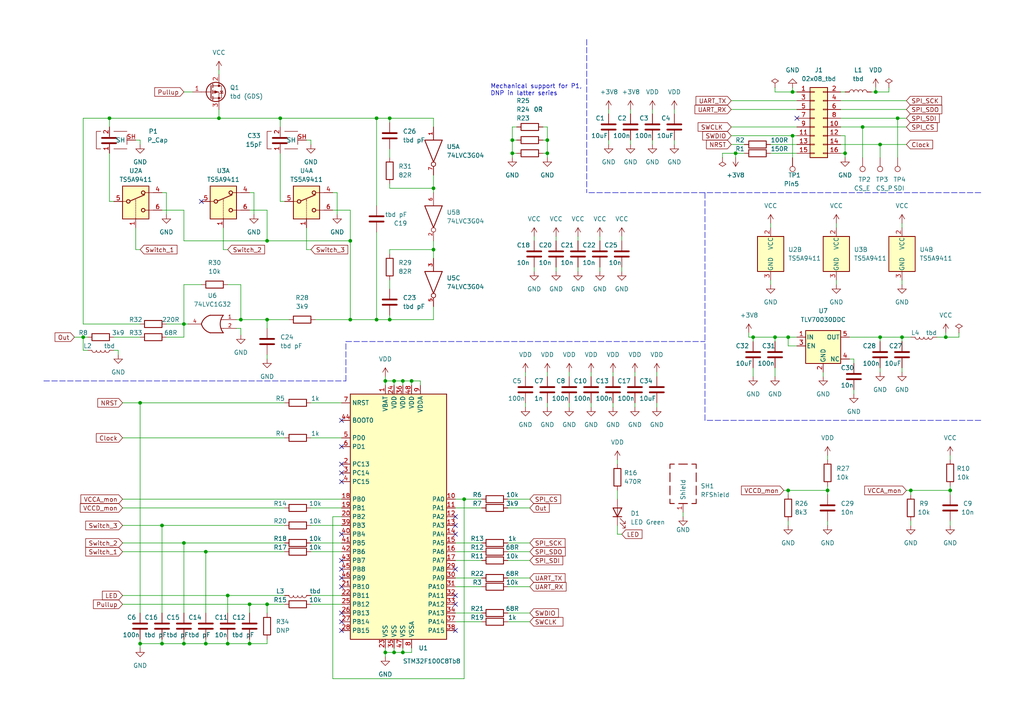
<source format=kicad_sch>
(kicad_sch (version 20211123) (generator eeschema)
  (paper "A4")
  (title_block (title "RPM411 Pressure Sensor") (date "2022-07-23") (rev "1") (company "TjarkG"))
  (junction (at 158.75 44.45))
  (junction (at 113.03 34.29))
  (junction (at 72.39 186.69))
  (junction (at 31.75 34.29))
  (junction (at 66.04 172.72))
  (junction (at 81.28 34.29))
  (junction (at 116.84 189.23))
  (junction (at 101.6 92.71))
  (junction (at 109.22 92.71))
  (junction (at 53.34 186.69))
  (junction (at 111.76 110.49))
  (junction (at 245.11 44.45))
  (junction (at 53.34 93.98))
  (junction (at 66.04 186.69))
  (junction (at 224.79 97.79))
  (junction (at 228.6 142.24))
  (junction (at 218.44 97.79))
  (junction (at 229.87 39.37))
  (junction (at 77.47 69.85))
  (junction (at 148.59 40.64))
  (junction (at 77.47 175.26))
  (junction (at 158.75 40.64))
  (junction (at 119.38 110.49))
  (junction (at 59.69 186.69))
  (junction (at 261.62 97.79))
  (junction (at 40.64 186.69))
  (junction (at 229.87 26.67))
  (junction (at 148.59 44.45))
  (junction (at 240.03 142.24))
  (junction (at 254 26.67))
  (junction (at 116.84 110.49))
  (junction (at 113.03 92.71))
  (junction (at 109.22 34.29))
  (junction (at 40.64 116.84))
  (junction (at 275.59 142.24))
  (junction (at 255.27 41.91))
  (junction (at 114.3 189.23))
  (junction (at 101.6 69.85))
  (junction (at 213.36 44.45))
  (junction (at 125.73 54.61))
  (junction (at 63.5 34.29))
  (junction (at 260.35 34.29))
  (junction (at 77.47 92.71))
  (junction (at 111.76 189.23))
  (junction (at 72.39 175.26))
  (junction (at 46.99 152.4))
  (junction (at 69.85 92.71))
  (junction (at 46.99 186.69))
  (junction (at 274.32 97.79))
  (junction (at 24.13 97.79))
  (junction (at 114.3 110.49))
  (junction (at 250.19 36.83))
  (junction (at 255.27 97.79))
  (junction (at 125.73 72.39))
  (junction (at 134.62 144.78))
  (junction (at 59.69 160.02))
  (junction (at 53.34 157.48))
  (junction (at 264.16 142.24))
  (junction (at 228.6 97.79))
  (no_connect (at 58.42 58.42))
  (no_connect (at 99.06 177.8))
  (no_connect (at 99.06 180.34))
  (no_connect (at 99.06 182.88))
  (no_connect (at 99.06 170.18))
  (no_connect (at 99.06 167.64))
  (no_connect (at 132.08 154.94))
  (no_connect (at 132.08 182.88))
  (no_connect (at 132.08 175.26))
  (no_connect (at 132.08 149.86))
  (no_connect (at 132.08 152.4))
  (no_connect (at 132.08 172.72))
  (no_connect (at 231.14 34.29))
  (no_connect (at 99.06 154.94))
  (no_connect (at 132.08 165.1))
  (no_connect (at 99.06 129.54))
  (no_connect (at 99.06 165.1))
  (no_connect (at 99.06 139.7))
  (no_connect (at 99.06 134.62))
  (no_connect (at 99.06 137.16))
  (no_connect (at 99.06 121.92))
  (no_connect (at 99.06 162.56))
  (wire (pts (xy 66.04 185.42) (xy 66.04 186.69)))
  (wire (pts (xy 217.17 96.52) (xy 217.17 97.79)))
  (wire (pts (xy 69.85 92.71) (xy 69.85 82.55)))
  (wire (pts (xy 24.13 97.79) (xy 25.4 97.79)))
  (wire (pts (xy 250.19 36.83) (xy 250.19 45.72)))
  (wire (pts (xy 63.5 20.32) (xy 63.5 21.59)))
  (wire (pts (xy 189.23 40.64) (xy 189.23 41.91)))
  (wire (pts (xy 212.09 29.21) (xy 231.14 29.21)))
  (wire (pts (xy 212.09 41.91) (xy 215.9 41.91)))
  (wire (pts (xy 147.32 170.18) (xy 153.67 170.18)))
  (wire (pts (xy 113.03 91.44) (xy 113.03 92.71)))
  (wire (pts (xy 31.75 44.45) (xy 31.75 58.42)))
  (wire (pts (xy 275.59 142.24) (xy 275.59 143.51)))
  (wire (pts (xy 59.69 160.02) (xy 82.55 160.02)))
  (wire (pts (xy 173.99 68.58) (xy 173.99 69.85)))
  (wire (pts (xy 134.62 196.85) (xy 134.62 144.78)))
  (wire (pts (xy 161.29 68.58) (xy 161.29 69.85)))
  (wire (pts (xy 46.99 177.8) (xy 46.99 152.4)))
  (wire (pts (xy 278.13 96.52) (xy 278.13 97.79)))
  (wire (pts (xy 231.14 100.33) (xy 228.6 100.33)))
  (wire (pts (xy 158.75 107.95) (xy 158.75 109.22)))
  (wire (pts (xy 53.34 82.55) (xy 53.34 93.98)))
  (wire (pts (xy 96.52 149.86) (xy 99.06 149.86)))
  (wire (pts (xy 73.66 62.23) (xy 73.66 55.88)))
  (wire (pts (xy 227.33 142.24) (xy 228.6 142.24)))
  (wire (pts (xy 119.38 110.49) (xy 116.84 110.49)))
  (wire (pts (xy 77.47 175.26) (xy 82.55 175.26)))
  (wire (pts (xy 35.56 116.84) (xy 40.64 116.84)))
  (polyline (pts (xy 100.33 110.49) (xy 100.33 99.06)))
  (wire (pts (xy 250.19 36.83) (xy 262.89 36.83)))
  (wire (pts (xy 152.4 116.84) (xy 152.4 118.11)))
  (wire (pts (xy 91.44 92.71) (xy 101.6 92.71)))
  (wire (pts (xy 48.26 97.79) (xy 53.34 97.79)))
  (wire (pts (xy 113.03 81.28) (xy 113.03 83.82)))
  (wire (pts (xy 245.11 39.37) (xy 245.11 44.45)))
  (wire (pts (xy 139.7 167.64) (xy 132.08 167.64)))
  (wire (pts (xy 176.53 40.64) (xy 176.53 41.91)))
  (wire (pts (xy 167.64 77.47) (xy 167.64 78.74)))
  (wire (pts (xy 213.36 44.45) (xy 215.9 44.45)))
  (wire (pts (xy 264.16 151.13) (xy 264.16 152.4)))
  (wire (pts (xy 243.84 26.67) (xy 245.11 26.67)))
  (wire (pts (xy 171.45 107.95) (xy 171.45 109.22)))
  (wire (pts (xy 114.3 110.49) (xy 114.3 111.76)))
  (wire (pts (xy 189.23 33.02) (xy 189.23 31.75)))
  (wire (pts (xy 275.59 132.08) (xy 275.59 133.35)))
  (wire (pts (xy 109.22 92.71) (xy 101.6 92.71)))
  (wire (pts (xy 40.64 40.64) (xy 40.64 41.91)))
  (wire (pts (xy 24.13 34.29) (xy 31.75 34.29)))
  (wire (pts (xy 223.52 41.91) (xy 231.14 41.91)))
  (wire (pts (xy 109.22 34.29) (xy 113.03 34.29)))
  (wire (pts (xy 119.38 187.96) (xy 119.38 189.23)))
  (wire (pts (xy 113.03 53.34) (xy 113.03 54.61)))
  (wire (pts (xy 148.59 36.83) (xy 149.86 36.83)))
  (wire (pts (xy 59.69 186.69) (xy 66.04 186.69)))
  (wire (pts (xy 114.3 189.23) (xy 111.76 189.23)))
  (wire (pts (xy 39.37 72.39) (xy 40.64 72.39)))
  (wire (pts (xy 72.39 175.26) (xy 77.47 175.26)))
  (wire (pts (xy 261.62 81.28) (xy 261.62 82.55)))
  (wire (pts (xy 158.75 40.64) (xy 158.75 44.45)))
  (wire (pts (xy 218.44 106.68) (xy 218.44 109.22)))
  (wire (pts (xy 228.6 100.33) (xy 228.6 97.79)))
  (wire (pts (xy 40.64 186.69) (xy 40.64 187.96)))
  (wire (pts (xy 33.02 97.79) (xy 40.64 97.79)))
  (wire (pts (xy 209.55 45.72) (xy 209.55 44.45)))
  (wire (pts (xy 255.27 106.68) (xy 255.27 107.95)))
  (wire (pts (xy 34.29 101.6) (xy 34.29 102.87)))
  (wire (pts (xy 195.58 33.02) (xy 195.58 31.75)))
  (wire (pts (xy 90.17 116.84) (xy 99.06 116.84)))
  (wire (pts (xy 72.39 185.42) (xy 72.39 186.69)))
  (wire (pts (xy 31.75 34.29) (xy 31.75 36.83)))
  (wire (pts (xy 223.52 81.28) (xy 223.52 82.55)))
  (wire (pts (xy 48.26 62.23) (xy 48.26 55.88)))
  (wire (pts (xy 97.79 55.88) (xy 96.52 55.88)))
  (wire (pts (xy 147.32 147.32) (xy 153.67 147.32)))
  (wire (pts (xy 35.56 172.72) (xy 66.04 172.72)))
  (wire (pts (xy 224.79 106.68) (xy 224.79 109.22)))
  (wire (pts (xy 90.17 152.4) (xy 99.06 152.4)))
  (wire (pts (xy 132.08 157.48) (xy 139.7 157.48)))
  (wire (pts (xy 121.92 110.49) (xy 119.38 110.49)))
  (wire (pts (xy 53.34 97.79) (xy 53.34 93.98)))
  (wire (pts (xy 113.03 92.71) (xy 109.22 92.71)))
  (wire (pts (xy 72.39 175.26) (xy 72.39 177.8)))
  (wire (pts (xy 229.87 45.72) (xy 229.87 39.37)))
  (wire (pts (xy 90.17 127) (xy 99.06 127)))
  (wire (pts (xy 157.48 44.45) (xy 158.75 44.45)))
  (wire (pts (xy 111.76 110.49) (xy 111.76 111.76)))
  (wire (pts (xy 262.89 142.24) (xy 264.16 142.24)))
  (wire (pts (xy 63.5 34.29) (xy 81.28 34.29)))
  (wire (pts (xy 246.38 104.14) (xy 247.65 104.14)))
  (wire (pts (xy 243.84 39.37) (xy 245.11 39.37)))
  (wire (pts (xy 72.39 60.96) (xy 77.47 60.96)))
  (wire (pts (xy 68.58 92.71) (xy 69.85 92.71)))
  (wire (pts (xy 229.87 26.67) (xy 231.14 26.67)))
  (wire (pts (xy 35.56 144.78) (xy 99.06 144.78)))
  (wire (pts (xy 261.62 64.77) (xy 261.62 66.04)))
  (wire (pts (xy 132.08 160.02) (xy 139.7 160.02)))
  (wire (pts (xy 179.07 154.94) (xy 180.34 154.94)))
  (polyline (pts (xy 204.47 55.88) (xy 204.47 99.06)))
  (wire (pts (xy 40.64 186.69) (xy 46.99 186.69)))
  (wire (pts (xy 81.28 34.29) (xy 109.22 34.29)))
  (wire (pts (xy 184.15 116.84) (xy 184.15 118.11)))
  (wire (pts (xy 228.6 97.79) (xy 231.14 97.79)))
  (wire (pts (xy 152.4 107.95) (xy 152.4 109.22)))
  (polyline (pts (xy 100.33 99.06) (xy 204.47 99.06)))
  (wire (pts (xy 88.9 66.04) (xy 88.9 72.39)))
  (wire (pts (xy 274.32 96.52) (xy 274.32 97.79)))
  (wire (pts (xy 132.08 147.32) (xy 139.7 147.32)))
  (wire (pts (xy 35.56 160.02) (xy 59.69 160.02)))
  (wire (pts (xy 40.64 93.98) (xy 24.13 93.98)))
  (wire (pts (xy 212.09 39.37) (xy 229.87 39.37)))
  (wire (pts (xy 158.75 116.84) (xy 158.75 118.11)))
  (wire (pts (xy 39.37 66.04) (xy 39.37 72.39)))
  (wire (pts (xy 229.87 39.37) (xy 231.14 39.37)))
  (wire (pts (xy 243.84 29.21) (xy 262.89 29.21)))
  (wire (pts (xy 33.02 101.6) (xy 34.29 101.6)))
  (wire (pts (xy 240.03 132.08) (xy 240.03 133.35)))
  (wire (pts (xy 125.73 88.9) (xy 125.73 92.71)))
  (wire (pts (xy 48.26 55.88) (xy 46.99 55.88)))
  (wire (pts (xy 35.56 127) (xy 82.55 127)))
  (wire (pts (xy 40.64 185.42) (xy 40.64 186.69)))
  (wire (pts (xy 224.79 97.79) (xy 228.6 97.79)))
  (wire (pts (xy 90.17 147.32) (xy 99.06 147.32)))
  (wire (pts (xy 148.59 40.64) (xy 148.59 36.83)))
  (wire (pts (xy 229.87 25.4) (xy 229.87 26.67)))
  (wire (pts (xy 212.09 31.75) (xy 231.14 31.75)))
  (wire (pts (xy 148.59 45.72) (xy 148.59 44.45)))
  (wire (pts (xy 96.52 149.86) (xy 96.52 196.85)))
  (wire (pts (xy 213.36 45.72) (xy 213.36 44.45)))
  (wire (pts (xy 243.84 36.83) (xy 250.19 36.83)))
  (wire (pts (xy 195.58 40.64) (xy 195.58 41.91)))
  (wire (pts (xy 132.08 170.18) (xy 139.7 170.18)))
  (wire (pts (xy 69.85 95.25) (xy 69.85 97.155)))
  (wire (pts (xy 245.11 44.45) (xy 243.84 44.45)))
  (wire (pts (xy 240.03 142.24) (xy 240.03 143.51)))
  (wire (pts (xy 228.6 142.24) (xy 228.6 143.51)))
  (wire (pts (xy 147.32 160.02) (xy 153.67 160.02)))
  (wire (pts (xy 243.84 41.91) (xy 255.27 41.91)))
  (wire (pts (xy 224.79 25.4) (xy 224.79 26.67)))
  (wire (pts (xy 53.34 157.48) (xy 82.55 157.48)))
  (wire (pts (xy 63.5 31.75) (xy 63.5 34.29)))
  (wire (pts (xy 260.35 34.29) (xy 260.35 45.72)))
  (wire (pts (xy 212.09 36.83) (xy 231.14 36.83)))
  (wire (pts (xy 40.64 116.84) (xy 40.64 177.8)))
  (wire (pts (xy 69.85 92.71) (xy 77.47 92.71)))
  (wire (pts (xy 190.5 107.95) (xy 190.5 109.22)))
  (wire (pts (xy 245.11 45.72) (xy 245.11 44.45)))
  (wire (pts (xy 147.32 157.48) (xy 153.67 157.48)))
  (wire (pts (xy 53.34 177.8) (xy 53.34 157.48)))
  (wire (pts (xy 158.75 44.45) (xy 158.75 45.72)))
  (wire (pts (xy 77.47 102.87) (xy 77.47 104.14)))
  (wire (pts (xy 53.34 60.96) (xy 53.34 69.85)))
  (wire (pts (xy 257.81 26.67) (xy 254 26.67)))
  (wire (pts (xy 228.6 151.13) (xy 228.6 152.4)))
  (wire (pts (xy 73.66 55.88) (xy 72.39 55.88)))
  (wire (pts (xy 81.28 44.45) (xy 81.28 58.42)))
  (wire (pts (xy 132.08 177.8) (xy 139.7 177.8)))
  (wire (pts (xy 157.48 40.64) (xy 158.75 40.64)))
  (wire (pts (xy 177.8 116.84) (xy 177.8 118.11)))
  (wire (pts (xy 247.65 113.03) (xy 247.65 114.3)))
  (wire (pts (xy 223.52 44.45) (xy 231.14 44.45)))
  (wire (pts (xy 113.03 34.29) (xy 125.73 34.29)))
  (wire (pts (xy 240.03 142.24) (xy 228.6 142.24)))
  (wire (pts (xy 154.94 77.47) (xy 154.94 78.74)))
  (wire (pts (xy 53.34 185.42) (xy 53.34 186.69)))
  (wire (pts (xy 64.77 66.04) (xy 64.77 72.39)))
  (wire (pts (xy 148.59 44.45) (xy 148.59 40.64)))
  (wire (pts (xy 255.27 41.91) (xy 262.89 41.91)))
  (wire (pts (xy 246.38 97.79) (xy 255.27 97.79)))
  (wire (pts (xy 113.03 73.66) (xy 113.03 72.39)))
  (wire (pts (xy 21.59 97.79) (xy 24.13 97.79)))
  (wire (pts (xy 275.59 151.13) (xy 275.59 152.4)))
  (wire (pts (xy 77.47 60.96) (xy 77.47 69.85)))
  (wire (pts (xy 116.84 110.49) (xy 116.84 111.76)))
  (wire (pts (xy 77.47 185.42) (xy 77.47 186.69)))
  (wire (pts (xy 217.17 97.79) (xy 218.44 97.79)))
  (wire (pts (xy 101.6 60.96) (xy 96.52 60.96)))
  (wire (pts (xy 53.34 26.67) (xy 55.88 26.67)))
  (wire (pts (xy 72.39 186.69) (xy 77.47 186.69)))
  (wire (pts (xy 180.34 68.58) (xy 180.34 69.85)))
  (wire (pts (xy 46.99 186.69) (xy 53.34 186.69)))
  (wire (pts (xy 24.13 101.6) (xy 24.13 97.79)))
  (wire (pts (xy 77.47 92.71) (xy 83.82 92.71)))
  (wire (pts (xy 125.73 92.71) (xy 113.03 92.71)))
  (wire (pts (xy 35.56 152.4) (xy 46.99 152.4)))
  (wire (pts (xy 39.37 40.64) (xy 40.64 40.64)))
  (wire (pts (xy 68.58 95.25) (xy 69.85 95.25)))
  (wire (pts (xy 25.4 101.6) (xy 24.13 101.6)))
  (wire (pts (xy 257.81 25.4) (xy 257.81 26.67)))
  (wire (pts (xy 190.5 116.84) (xy 190.5 118.11)))
  (wire (pts (xy 72.39 186.69) (xy 66.04 186.69)))
  (polyline (pts (xy 12.7 110.49) (xy 100.33 110.49)))
  (wire (pts (xy 125.73 74.93) (xy 125.73 72.39)))
  (wire (pts (xy 242.57 64.77) (xy 242.57 66.04)))
  (wire (pts (xy 125.73 54.61) (xy 125.73 50.8)))
  (wire (pts (xy 111.76 187.96) (xy 111.76 189.23)))
  (wire (pts (xy 278.13 97.79) (xy 274.32 97.79)))
  (wire (pts (xy 46.99 185.42) (xy 46.99 186.69)))
  (wire (pts (xy 58.42 82.55) (xy 53.34 82.55)))
  (polyline (pts (xy 170.18 11.43) (xy 170.18 55.88)))
  (wire (pts (xy 173.99 77.47) (xy 173.99 78.74)))
  (wire (pts (xy 53.34 93.98) (xy 54.61 93.98)))
  (wire (pts (xy 125.73 55.88) (xy 125.73 54.61)))
  (wire (pts (xy 165.1 107.95) (xy 165.1 109.22)))
  (wire (pts (xy 223.52 64.77) (xy 223.52 66.04)))
  (wire (pts (xy 260.35 34.29) (xy 262.89 34.29)))
  (wire (pts (xy 198.12 148.59) (xy 198.12 149.86)))
  (wire (pts (xy 77.47 95.25) (xy 77.47 92.71)))
  (wire (pts (xy 113.03 72.39) (xy 125.73 72.39)))
  (wire (pts (xy 177.8 107.95) (xy 177.8 109.22)))
  (wire (pts (xy 90.17 40.64) (xy 90.17 41.91)))
  (wire (pts (xy 209.55 44.45) (xy 213.36 44.45)))
  (wire (pts (xy 148.59 44.45) (xy 149.86 44.45)))
  (wire (pts (xy 161.29 77.47) (xy 161.29 78.74)))
  (wire (pts (xy 240.03 140.97) (xy 240.03 142.24)))
  (wire (pts (xy 179.07 133.35) (xy 179.07 134.62)))
  (wire (pts (xy 218.44 97.79) (xy 224.79 97.79)))
  (wire (pts (xy 134.62 144.78) (xy 139.7 144.78)))
  (wire (pts (xy 179.07 152.4) (xy 179.07 154.94)))
  (wire (pts (xy 31.75 58.42) (xy 33.02 58.42)))
  (wire (pts (xy 176.53 31.75) (xy 176.53 33.02)))
  (wire (pts (xy 111.76 189.23) (xy 111.76 190.5)))
  (wire (pts (xy 90.17 175.26) (xy 99.06 175.26)))
  (wire (pts (xy 66.04 172.72) (xy 82.55 172.72)))
  (wire (pts (xy 275.59 140.97) (xy 275.59 142.24)))
  (wire (pts (xy 53.34 69.85) (xy 77.47 69.85)))
  (wire (pts (xy 111.76 109.22) (xy 111.76 110.49)))
  (wire (pts (xy 114.3 187.96) (xy 114.3 189.23)))
  (wire (pts (xy 148.59 40.64) (xy 149.86 40.64)))
  (wire (pts (xy 97.79 62.23) (xy 97.79 55.88)))
  (wire (pts (xy 46.99 152.4) (xy 82.55 152.4)))
  (wire (pts (xy 218.44 99.06) (xy 218.44 97.79)))
  (wire (pts (xy 255.27 97.79) (xy 255.27 99.06)))
  (wire (pts (xy 40.64 116.84) (xy 82.55 116.84)))
  (wire (pts (xy 35.56 147.32) (xy 82.55 147.32)))
  (wire (pts (xy 147.32 180.34) (xy 153.67 180.34)))
  (wire (pts (xy 46.99 60.96) (xy 53.34 60.96)))
  (wire (pts (xy 147.32 144.78) (xy 153.67 144.78)))
  (wire (pts (xy 167.64 68.58) (xy 167.64 69.85)))
  (wire (pts (xy 261.62 97.79) (xy 261.62 99.06)))
  (wire (pts (xy 121.92 111.76) (xy 121.92 110.49)))
  (wire (pts (xy 88.9 72.39) (xy 90.17 72.39)))
  (polyline (pts (xy 284.48 121.92) (xy 204.47 121.92)))
  (wire (pts (xy 165.1 116.84) (xy 165.1 118.11)))
  (wire (pts (xy 119.38 110.49) (xy 119.38 111.76)))
  (wire (pts (xy 147.32 167.64) (xy 153.67 167.64)))
  (wire (pts (xy 116.84 187.96) (xy 116.84 189.23)))
  (wire (pts (xy 81.28 58.42) (xy 82.55 58.42)))
  (wire (pts (xy 132.08 144.78) (xy 134.62 144.78)))
  (wire (pts (xy 69.85 82.55) (xy 66.04 82.55)))
  (wire (pts (xy 261.62 106.68) (xy 261.62 107.95)))
  (wire (pts (xy 77.47 69.85) (xy 101.6 69.85)))
  (wire (pts (xy 53.34 186.69) (xy 59.69 186.69)))
  (wire (pts (xy 224.79 97.79) (xy 224.79 99.06)))
  (wire (pts (xy 255.27 41.91) (xy 255.27 45.72)))
  (wire (pts (xy 35.56 157.48) (xy 53.34 157.48)))
  (wire (pts (xy 243.84 34.29) (xy 260.35 34.29)))
  (wire (pts (xy 119.38 189.23) (xy 116.84 189.23)))
  (wire (pts (xy 247.65 104.14) (xy 247.65 105.41)))
  (wire (pts (xy 264.16 142.24) (xy 275.59 142.24)))
  (wire (pts (xy 243.84 31.75) (xy 262.89 31.75)))
  (wire (pts (xy 116.84 110.49) (xy 114.3 110.49)))
  (wire (pts (xy 132.08 162.56) (xy 139.7 162.56)))
  (wire (pts (xy 114.3 110.49) (xy 111.76 110.49)))
  (wire (pts (xy 88.9 40.64) (xy 90.17 40.64)))
  (wire (pts (xy 53.34 93.98) (xy 48.26 93.98)))
  (wire (pts (xy 77.47 175.26) (xy 77.47 177.8)))
  (wire (pts (xy 116.84 189.23) (xy 114.3 189.23)))
  (wire (pts (xy 113.03 34.29) (xy 113.03 35.56)))
  (wire (pts (xy 147.32 177.8) (xy 153.67 177.8)))
  (wire (pts (xy 90.17 160.02) (xy 99.06 160.02)))
  (wire (pts (xy 101.6 92.71) (xy 101.6 69.85)))
  (wire (pts (xy 90.17 157.48) (xy 99.06 157.48)))
  (wire (pts (xy 64.77 72.39) (xy 66.04 72.39)))
  (wire (pts (xy 264.16 143.51) (xy 264.16 142.24)))
  (wire (pts (xy 31.75 34.29) (xy 63.5 34.29)))
  (wire (pts (xy 224.79 26.67) (xy 229.87 26.67)))
  (wire (pts (xy 59.69 185.42) (xy 59.69 186.69)))
  (wire (pts (xy 147.32 162.56) (xy 153.67 162.56)))
  (wire (pts (xy 240.03 151.13) (xy 240.03 152.4)))
  (wire (pts (xy 24.13 93.98) (xy 24.13 34.29)))
  (wire (pts (xy 157.48 36.83) (xy 158.75 36.83)))
  (wire (pts (xy 90.17 172.72) (xy 99.06 172.72)))
  (wire (pts (xy 59.69 177.8) (xy 59.69 160.02)))
  (wire (pts (xy 109.22 34.29) (xy 109.22 59.69)))
  (wire (pts (xy 66.04 172.72) (xy 66.04 177.8)))
  (polyline (pts (xy 284.48 55.88) (xy 170.18 55.88)))
  (wire (pts (xy 158.75 36.83) (xy 158.75 40.64)))
  (polyline (pts (xy 204.47 121.92) (xy 204.47 99.06)))
  (wire (pts (xy 171.45 116.84) (xy 171.45 118.11)))
  (wire (pts (xy 254 26.67) (xy 254 25.4)))
  (wire (pts (xy 113.03 43.18) (xy 113.03 45.72)))
  (wire (pts (xy 261.62 97.79) (xy 264.16 97.79)))
  (wire (pts (xy 101.6 69.85) (xy 101.6 60.96)))
  (wire (pts (xy 125.73 36.83) (xy 125.73 34.29)))
  (wire (pts (xy 109.22 67.31) (xy 109.22 92.71)))
  (wire (pts (xy 182.88 31.75) (xy 182.88 33.02)))
  (wire (pts (xy 35.56 175.26) (xy 72.39 175.26)))
  (wire (pts (xy 274.32 97.79) (xy 271.78 97.79)))
  (wire (pts (xy 81.28 34.29) (xy 81.28 36.83)))
  (wire (pts (xy 96.52 196.85) (xy 134.62 196.85)))
  (wire (pts (xy 132.08 180.34) (xy 139.7 180.34)))
  (wire (pts (xy 179.07 142.24) (xy 179.07 144.78)))
  (wire (pts (xy 252.73 26.67) (xy 254 26.67)))
  (wire (pts (xy 180.34 77.47) (xy 180.34 78.74)))
  (wire (pts (xy 238.76 107.95) (xy 238.76 109.22)))
  (wire (pts (xy 184.15 107.95) (xy 184.15 109.22)))
  (wire (pts (xy 182.88 40.64) (xy 182.88 41.91)))
  (wire (pts (xy 154.94 68.58) (xy 154.94 69.85)))
  (wire (pts (xy 255.27 97.79) (xy 261.62 97.79)))
  (wire (pts (xy 242.57 81.28) (xy 242.57 82.55)))
  (wire (pts (xy 125.73 72.39) (xy 125.73 69.85)))
  (wire (pts (xy 113.03 54.61) (xy 125.73 54.61)))
  (text "Mechanical support for P1, \nDNP in latter series" (at 142.24 27.94 0) (effects (font (size 1.27 1.27)) (justify left bottom)))
  (global_label "SWCLK " (shape input) (at 212.09 36.83 180) (property "Intersheet References" "${INTERSHEET_REFS}" (effects hide)))
  (global_label "SPI_SDO" (shape input) (at 153.67 160.02 0) (property "Intersheet References" "${INTERSHEET_REFS}" (effects hide)))
  (global_label "SPI_SCK" (shape input) (at 262.89 29.21 0) (property "Intersheet References" "${INTERSHEET_REFS}" (effects hide)))
  (global_label "LED" (shape input) (at 180.34 154.94 0) (property "Intersheet References" "${INTERSHEET_REFS}" (effects hide)))
  (global_label "Switch_3" (shape input) (at 35.56 152.4 180) (property "Intersheet References" "${INTERSHEET_REFS}" (effects hide)))
  (global_label "SPI_SCK" (shape input) (at 153.67 157.48 0) (property "Intersheet References" "${INTERSHEET_REFS}" (effects hide)))
  (global_label "UART_RX" (shape input) (at 212.09 31.75 180) (property "Intersheet References" "${INTERSHEET_REFS}" (effects hide)))
  (global_label "SPI_SDO" (shape input) (at 262.89 31.75 0) (property "Intersheet References" "${INTERSHEET_REFS}" (effects hide)))
  (global_label "Switch_1" (shape input) (at 35.56 160.02 180) (property "Intersheet References" "${INTERSHEET_REFS}" (effects hide)))
  (global_label "Clock" (shape input) (at 35.56 127 180) (property "Intersheet References" "${INTERSHEET_REFS}" (effects hide)))
  (global_label "Pullup" (shape input) (at 53.34 26.67 180) (property "Intersheet References" "${INTERSHEET_REFS}" (effects hide)))
  (global_label "VCCD_mon" (shape input) (at 227.33 142.24 180) (property "Intersheet References" "${INTERSHEET_REFS}" (effects hide)))
  (global_label "NRST" (shape input) (at 212.09 41.91 180) (property "Intersheet References" "${INTERSHEET_REFS}" (effects hide)))
  (global_label "Switch_2" (shape input) (at 66.04 72.39 0) (property "Intersheet References" "${INTERSHEET_REFS}" (effects hide)))
  (global_label "Switch_2" (shape input) (at 35.56 157.48 180) (property "Intersheet References" "${INTERSHEET_REFS}" (effects hide)))
  (global_label "SPI_SDI" (shape input) (at 153.67 162.56 0) (property "Intersheet References" "${INTERSHEET_REFS}" (effects hide)))
  (global_label "Switch_1" (shape input) (at 40.64 72.39 0) (property "Intersheet References" "${INTERSHEET_REFS}" (effects hide)))
  (global_label "VCCA_mon" (shape input) (at 262.89 142.24 180) (property "Intersheet References" "${INTERSHEET_REFS}" (effects hide)))
  (global_label "SPI_CS" (shape input) (at 153.67 144.78 0) (property "Intersheet References" "${INTERSHEET_REFS}" (effects hide)))
  (global_label "NRST" (shape input) (at 35.56 116.84 180) (property "Intersheet References" "${INTERSHEET_REFS}" (effects hide)))
  (global_label "VCCD_mon" (shape input) (at 35.56 147.32 180) (property "Intersheet References" "${INTERSHEET_REFS}" (effects hide)))
  (global_label "SPI_SDI" (shape input) (at 262.89 34.29 0) (property "Intersheet References" "${INTERSHEET_REFS}" (effects hide)))
  (global_label "LED" (shape input) (at 35.56 172.72 180) (property "Intersheet References" "${INTERSHEET_REFS}" (effects hide)))
  (global_label "Pullup" (shape input) (at 35.56 175.26 180) (property "Intersheet References" "${INTERSHEET_REFS}" (effects hide)))
  (global_label "Clock" (shape input) (at 262.89 41.91 0) (property "Intersheet References" "${INTERSHEET_REFS}" (effects hide)))
  (global_label "Out" (shape input) (at 153.67 147.32 0) (property "Intersheet References" "${INTERSHEET_REFS}" (effects hide)))
  (global_label "UART_TX" (shape input) (at 153.67 167.64 0) (property "Intersheet References" "${INTERSHEET_REFS}" (effects hide)))
  (global_label "Switch_3" (shape input) (at 90.17 72.39 0) (property "Intersheet References" "${INTERSHEET_REFS}" (effects hide)))
  (global_label "SWDIO" (shape input) (at 212.09 39.37 180) (property "Intersheet References" "${INTERSHEET_REFS}" (effects hide)))
  (global_label "UART_RX" (shape input) (at 153.67 170.18 0) (property "Intersheet References" "${INTERSHEET_REFS}" (effects hide)))
  (global_label "UART_TX" (shape input) (at 212.09 29.21 180) (property "Intersheet References" "${INTERSHEET_REFS}" (effects hide)))
  (global_label "VCCA_mon" (shape input) (at 35.56 144.78 180) (property "Intersheet References" "${INTERSHEET_REFS}" (effects hide)))
  (global_label "SWCLK " (shape input) (at 153.67 180.34 0) (property "Intersheet References" "${INTERSHEET_REFS}" (effects hide)))
  (global_label "SWDIO" (shape input) (at 153.67 177.8 0) (property "Intersheet References" "${INTERSHEET_REFS}" (effects hide)))
  (global_label "Out" (shape input) (at 21.59 97.79 180) (property "Intersheet References" "${INTERSHEET_REFS}" (effects hide)))
  (global_label "SPI_CS" (shape input) (at 262.89 36.83 0) (property "Intersheet References" "${INTERSHEET_REFS}" (effects hide)))
  (symbol (lib_id "power:+3V8") (at 176.53 31.75 0) (unit 1)
    (property "Reference" "#PWR0111" (effects hide))
    (property "Value" "+3V8" (at 173.99 26.67 0) (effects (justify left)))
  )
  (symbol (lib_id "power:VDD") (at 152.4 107.95 0) (unit 1)
    (property "Reference" "#PWR02" (effects hide))
    (property "Value" "VCCD" (at 152.4 102.87 0))
  )
  (symbol (lib_id "power:GND") (at 238.76 109.22 0) (unit 1)
    (property "Reference" "#PWR01" (effects hide))
    (property "Value" "GND" (at 238.76 114.3 0))
  )
  (symbol (lib_id "Device:R") (at 113.03 77.47 0) (unit 1)
    (property "Reference" "R29" (at 115.57 76.1999 0) (effects (justify left)))
    (property "Value" "82R" (at 115.57 78.7399 0) (effects (justify left)))
    (property "Footprint" "Resistor_SMD:R_0402_1005Metric" (effects hide))
  )
  (symbol (lib_id "Device:Q_PMOS_GDS") (at 60.96 26.67 0) (unit 1)
    (property "Reference" "Q1" (at 66.675 25.3999 0) (effects (justify left)))
    (property "Value" "tbd (GDS)" (at 66.675 27.9399 0) (effects (justify left)))
    (property "Footprint" "Package_TO_SOT_SMD:SOT-523" (effects hide))
  )
  (symbol (lib_id "Device:C") (at 184.15 113.03 0) (unit 1)
    (property "Reference" "C17" (at 179.07 110.49 0) (effects (justify left)))
    (property "Value" "100n" (at 179.07 115.57 0) (effects (justify left)))
    (property "Footprint" "Capacitor_SMD:C_0402_1005Metric" (effects hide))
  )
  (symbol (lib_id "Device:C") (at 66.04 181.61 0) (unit 1)
    (property "Reference" "C11" (at 62.23 179.07 0) (effects (justify left)))
    (property "Value" "10n" (at 62.23 184.15 0) (effects (justify left)))
    (property "Footprint" "Capacitor_SMD:C_0402_1005Metric" (effects hide))
  )
  (symbol (lib_name "C_Shield_1") (lib_id "RPM411:C_Shield") (at 81.28 40.64 90) (unit 1)
    (property "Reference" "C33" (at 73.66 39.37 90))
    (property "Value" "15pF" (at 73.66 41.91 90))
    (property "Footprint" "RPM411:Cap_Shield" (effects hide))
  )
  (symbol (lib_id "Device:C") (at 167.64 73.66 0) (unit 1)
    (property "Reference" "C21" (at 162.56 71.12 0) (effects (justify left)))
    (property "Value" "10n" (at 162.56 76.2 0) (effects (justify left)))
    (property "Footprint" "Capacitor_SMD:C_0402_1005Metric" (effects hide))
  )
  (symbol (lib_id "power:VDD") (at 158.75 107.95 0) (unit 1)
    (property "Reference" "#PWR03" (effects hide))
    (property "Value" "VCCD" (at 158.75 102.87 0))
  )
  (symbol (lib_id "Device:R") (at 275.59 137.16 180) (unit 1)
    (property "Reference" "R10" (at 279.4 135.89 0))
    (property "Value" "10k" (at 279.4 138.43 0))
    (property "Footprint" "Resistor_SMD:R_0402_1005Metric" (effects hide))
  )
  (symbol (lib_id "Device:R") (at 143.51 160.02 90) (unit 1)
    (property "Reference" "R12" (at 138.43 158.75 90))
    (property "Value" "68R" (at 148.59 158.75 90))
    (property "Footprint" "Resistor_SMD:R_0402_1005Metric" (effects hide))
  )
  (symbol (lib_id "power:GND") (at 90.17 41.91 0) (unit 1)
    (property "Reference" "#PWR0102" (effects hide))
    (property "Value" "GND" (at 90.17 46.99 0))
  )
  (symbol (lib_id "Regulator_Linear:TLV70030_SOT23-5") (at 238.76 100.33 0) (unit 1)
    (property "Reference" "U7" (at 238.76 90.17 0))
    (property "Value" "TLV70030DDC" (at 238.76 92.71 0))
    (property "Footprint" "Package_TO_SOT_SMD:SOT-23-5" (effects hide))
    (property "Datasheet" "http://www.ti.com/lit/ds/symlink/tlv700.pdf" (effects hide))
  )
  (symbol (lib_id "power:GND") (at 184.15 118.11 0) (unit 1)
    (property "Reference" "#PWR0122" (effects hide))
    (property "Value" "GND" (at 184.15 123.19 0))
  )
  (symbol (lib_id "power:GND") (at 40.64 187.96 0) (unit 1)
    (property "Reference" "#PWR0117" (effects hide))
    (property "Value" "GND" (at 40.64 193.04 0))
  )
  (symbol (lib_id "Device:C") (at 247.65 109.22 0) (unit 1)
    (property "Reference" "C30" (at 243.84 106.68 0) (effects (justify left)))
    (property "Value" "10n" (at 243.84 111.76 0) (effects (justify left)))
    (property "Footprint" "Capacitor_SMD:C_0402_1005Metric" (effects hide))
  )
  (symbol (lib_id "Device:RFShield_OnePiece") (at 198.12 138.43 0) (unit 1)
    (property "Reference" "SH1" (at 203.2 140.97 0) (effects (justify left)))
    (property "Value" "RFShield" (at 203.2 143.51 0) (effects (justify left)))
    (property "Footprint" "RPM411:RMP411_Shield" (effects hide))
  )
  (symbol (lib_id "Device:R") (at 143.51 167.64 90) (unit 1)
    (property "Reference" "R22" (at 138.43 166.37 90))
    (property "Value" "68R" (at 148.59 166.37 90))
    (property "Footprint" "Resistor_SMD:R_0402_1005Metric" (effects hide))
  )
  (symbol (lib_id "power:GND") (at 176.53 41.91 0) (unit 1)
    (property "Reference" "#PWR0129" (effects hide))
    (property "Value" "GND" (at 176.53 46.99 0))
  )
  (symbol (lib_id "Device:C") (at 275.59 147.32 180) (unit 1)
    (property "Reference" "C9" (at 280.67 146.05 0))
    (property "Value" "10n" (at 280.67 148.59 0))
    (property "Footprint" "Capacitor_SMD:C_0402_1005Metric" (effects hide))
  )
  (symbol (lib_id "74xGxx:74LVC3G04") (at 125.73 63.5 270) (unit 2)
    (property "Reference" "U5" (at 129.54 61.5949 90) (effects (justify left)))
    (property "Value" "74LVC3G04" (at 129.54 64.1349 90) (effects (justify left)))
    (property "Footprint" "Package_SO:SSOP-8_3.95x5.21x3.27mm_P1.27mm" (effects hide))
    (property "Datasheet" "https://assets.nexperia.com/documents/data-sheet/74LVC3G04.pdf" (effects hide))
  )
  (symbol (lib_id "Connector:TestPoint") (at 260.35 45.72 180) (unit 1)
    (property "Reference" "TP4" (at 259.08 52.07 0) (effects (justify right)))
    (property "Value" "SDI" (at 259.08 54.61 0) (effects (justify right)))
    (property "Footprint" "TestPoint:TestPoint_Pad_D1.0mm" (effects hide))
  )
  (symbol (lib_id "Device:R") (at 143.51 157.48 90) (unit 1)
    (property "Reference" "R13" (at 138.43 156.21 90))
    (property "Value" "1k" (at 148.59 156.21 90))
    (property "Footprint" "Resistor_SMD:R_0402_1005Metric" (effects hide))
  )
  (symbol (lib_id "power:+3V8") (at 213.36 45.72 180) (unit 1)
    (property "Reference" "#PWR0149" (effects hide))
    (property "Value" "+3V8" (at 213.36 50.8 0))
  )
  (symbol (lib_id "Device:R") (at 44.45 93.98 270) (mirror x) (unit 1)
    (property "Reference" "R32" (at 39.37 92.71 90))
    (property "Value" "220R" (at 49.53 92.71 90))
    (property "Footprint" "Resistor_SMD:R_0402_1005Metric" (effects hide))
  )
  (symbol (lib_id "power:VDD") (at 165.1 107.95 0) (unit 1)
    (property "Reference" "#PWR04" (effects hide))
    (property "Value" "VCCD" (at 165.1 102.87 0))
  )
  (symbol (lib_id "power:GND") (at 224.79 109.22 0) (unit 1)
    (property "Reference" "#PWR0138" (effects hide))
    (property "Value" "GND" (at 224.79 114.3 0))
  )
  (symbol (lib_id "Analog_Switch:TS5A3159ADBVR") (at 64.77 55.88 0) (unit 1)
    (property "Reference" "U3" (at 64.77 49.53 0))
    (property "Value" "TS5A9411" (at 64.77 52.07 0))
    (property "Footprint" "Package_TO_SOT_SMD:SOT-363_SC-70-6" (effects hide))
    (property "Datasheet" "https://www.ti.com/lit/ds/symlink/ts5a9411.pdf" (effects hide))
  )
  (symbol (lib_id "Device:R") (at 86.36 116.84 270) (unit 1)
    (property "Reference" "R5" (at 81.28 115.57 90))
    (property "Value" "1k" (at 91.44 115.57 90))
    (property "Footprint" "Resistor_SMD:R_0402_1005Metric" (effects hide))
  )
  (symbol (lib_id "power:PWR_FLAG") (at 209.55 45.72 180) (unit 1)
    (property "Reference" "#FLG0101" (effects hide))
    (property "Value" "PWR_FLAG" (effects hide))
  )
  (symbol (lib_id "power:GND") (at 173.99 78.74 0) (unit 1)
    (property "Reference" "#PWR0109" (effects hide))
    (property "Value" "GND" (at 173.99 83.82 0))
  )
  (symbol (lib_id "Device:C") (at 40.64 181.61 0) (unit 1)
    (property "Reference" "C6" (at 36.83 179.07 0) (effects (justify left)))
    (property "Value" "100n" (at 35.56 184.15 0) (effects (justify left)))
    (property "Footprint" "Capacitor_SMD:C_0402_1005Metric" (effects hide))
  )
  (symbol (lib_id "power:+3V8") (at 182.88 31.75 0) (unit 1)
    (property "Reference" "#PWR0113" (effects hide))
    (property "Value" "+3V8" (at 180.34 26.67 0) (effects (justify left)))
  )
  (symbol (lib_id "Device:R") (at 219.71 44.45 270) (unit 1)
    (property "Reference" "R1" (at 214.63 43.18 90))
    (property "Value" "150R" (at 226.06 43.18 90))
    (property "Footprint" "Resistor_SMD:R_0402_1005Metric" (effects hide))
  )
  (symbol (lib_id "Device:R") (at 143.51 177.8 90) (unit 1)
    (property "Reference" "R21" (at 138.43 176.53 90))
    (property "Value" "68R" (at 148.59 176.53 90))
    (property "Footprint" "Resistor_SMD:R_0402_1005Metric" (effects hide))
  )
  (symbol (lib_id "Device:C") (at 173.99 73.66 0) (unit 1)
    (property "Reference" "C22" (at 168.91 71.12 0) (effects (justify left)))
    (property "Value" "10n" (at 168.91 76.2 0) (effects (justify left)))
    (property "Footprint" "Capacitor_SMD:C_0402_1005Metric" (effects hide))
  )
  (symbol (lib_id "power:GND") (at 247.65 114.3 0) (unit 1)
    (property "Reference" "#PWR0121" (effects hide))
    (property "Value" "GND" (at 247.65 119.38 0))
  )
  (symbol (lib_id "power:VCC") (at 275.59 132.08 0) (unit 1)
    (property "Reference" "#PWR0163" (effects hide))
    (property "Value" "VCCA" (at 275.59 127 0))
  )
  (symbol (lib_id "power:GND") (at 255.27 107.95 0) (unit 1)
    (property "Reference" "#PWR0106" (effects hide))
    (property "Value" "GND" (at 255.27 113.03 0))
  )
  (symbol (lib_id "power:VCC") (at 161.29 68.58 0) (unit 1)
    (property "Reference" "#PWR0154" (effects hide))
    (property "Value" "VCCA" (at 161.29 63.5 0))
  )
  (symbol (lib_id "power:GND") (at 198.12 149.86 0) (unit 1)
    (property "Reference" "#PWR0142" (effects hide))
    (property "Value" "GND" (at 198.12 153.67 0))
  )
  (symbol (lib_name "TS5A3159ADBVR_1") (lib_id "Analog_Switch:TS5A3159ADBVR") (at 242.57 73.66 0) (unit 2)
    (property "Reference" "U3" (at 247.65 72.3899 0) (effects (justify left)))
    (property "Value" "TS5A9411" (at 247.65 74.9299 0) (effects (justify left)))
    (property "Footprint" "Package_TO_SOT_SMD:SOT-363_SC-70-6" (effects hide))
    (property "Datasheet" "https://www.ti.com/lit/ds/symlink/ts5a9411.pdf" (effects hide))
  )
  (symbol (lib_id "74xGxx:74LVC3G04") (at 125.73 82.55 270) (unit 3)
    (property "Reference" "U5" (at 129.54 80.6449 90) (effects (justify left)))
    (property "Value" "74LVC3G04" (at 129.54 83.1849 90) (effects (justify left)))
    (property "Footprint" "Package_SO:SSOP-8_3.95x5.21x3.27mm_P1.27mm" (effects hide))
    (property "Datasheet" "https://assets.nexperia.com/documents/data-sheet/74LVC3G04.pdf" (effects hide))
  )
  (symbol (lib_id "Device:C") (at 113.03 87.63 0) (unit 1)
    (property "Reference" "C23" (at 116.84 86.3599 0) (effects (justify left)))
    (property "Value" "tbd pF" (at 116.84 88.8999 0) (effects (justify left)))
    (property "Footprint" "Capacitor_SMD:C_0402_1005Metric" (effects hide))
  )
  (symbol (lib_id "Device:R") (at 143.51 144.78 90) (unit 1)
    (property "Reference" "R6" (at 138.43 143.51 90))
    (property "Value" "10k" (at 148.59 143.51 90))
    (property "Footprint" "Resistor_SMD:R_0402_1005Metric" (effects hide))
  )
  (symbol (lib_id "MCU_ST_STM32F1:STM32F100C8Tx") (at 116.84 149.86 0) (unit 1)
    (property "Reference" "U1" (at 121.3994 187.96 0) (effects (justify left)))
    (property "Value" "STM32F100C8Tb8" (at 116.84 191.77 0) (effects (justify left)))
    (property "Footprint" "Package_QFP:LQFP-48_7x7mm_P0.5mm" (effects hide))
    (property "Datasheet" "http://www.st.com/st-web-ui/static/active/en/resource/technical/document/datasheet/CD00251732.pdf" (effects hide))
  )
  (symbol (lib_id "Device:R") (at 153.67 40.64 90) (unit 1)
    (property "Reference" "R24" (at 153.67 31.75 90) (effects (justify left)))
    (property "Value" "0R" (at 157.48 31.75 90) (effects (justify left)))
    (property "Footprint" "Resistor_SMD:R_0402_1005Metric" (effects hide))
  )
  (symbol (lib_id "74xGxx:74AHC1G32") (at 60.96 93.98 0) (mirror y) (unit 1)
    (property "Reference" "U6" (at 61.595 85.725 0))
    (property "Value" "74LVC1G32" (at 61.595 88.265 0))
    (property "Footprint" "Package_TO_SOT_SMD:SOT-353_SC-70-5" (effects hide))
    (property "Datasheet" "https://assets.nexperia.com/documents/data-sheet/74LVC1G32.pdf" (effects hide))
  )
  (symbol (lib_id "Device:LED") (at 179.07 148.59 90) (unit 1)
    (property "Reference" "D1" (at 182.88 148.9074 90) (effects (justify right)))
    (property "Value" "LED Green" (at 182.88 151.4474 90) (effects (justify right)))
    (property "Footprint" "LED_SMD:LED_0805_2012Metric" (effects hide))
  )
  (symbol (lib_id "power:GND") (at 167.64 78.74 0) (unit 1)
    (property "Reference" "#PWR0108" (effects hide))
    (property "Value" "GND" (at 167.64 83.82 0))
  )
  (symbol (lib_id "Device:R") (at 62.23 82.55 270) (mirror x) (unit 1)
    (property "Reference" "R30" (at 62.23 76.2 90))
    (property "Value" "10k" (at 62.23 78.74 90))
    (property "Footprint" "Resistor_SMD:R_0402_1005Metric" (effects hide))
  )
  (symbol (lib_id "Connector:TestPoint") (at 255.27 45.72 180) (unit 1)
    (property "Reference" "TP3" (at 254 52.07 0) (effects (justify right)))
    (property "Value" "CS_P" (at 254 54.61 0) (effects (justify right)))
    (property "Footprint" "TestPoint:TestPoint_Pad_D1.0mm" (effects hide))
  )
  (symbol (lib_id "power:GND") (at 161.29 78.74 0) (unit 1)
    (property "Reference" "#PWR0107" (effects hide))
    (property "Value" "GND" (at 161.29 83.82 0))
  )
  (symbol (lib_id "Device:R") (at 143.51 180.34 90) (unit 1)
    (property "Reference" "R19" (at 138.43 179.07 90))
    (property "Value" "1k" (at 148.59 179.07 90))
    (property "Footprint" "Resistor_SMD:R_0402_1005Metric" (effects hide))
  )
  (symbol (lib_id "power:VCC") (at 154.94 68.58 0) (unit 1)
    (property "Reference" "#PWR0153" (effects hide))
    (property "Value" "VCCA" (at 154.94 63.5 0))
  )
  (symbol (lib_id "power:GND") (at 77.47 104.14 0) (unit 1)
    (property "Reference" "#PWR0110" (effects hide))
    (property "Value" "GND" (at 77.47 109.22 0))
  )
  (symbol (lib_id "Device:C") (at 177.8 113.03 0) (unit 1)
    (property "Reference" "C13" (at 172.72 110.49 0) (effects (justify left)))
    (property "Value" "100n" (at 172.72 115.57 0) (effects (justify left)))
    (property "Footprint" "Capacitor_SMD:C_0402_1005Metric" (effects hide))
  )
  (symbol (lib_id "power:VCC") (at 180.34 68.58 0) (unit 1)
    (property "Reference" "#PWR0130" (effects hide))
    (property "Value" "VCCA" (at 180.34 63.5 0))
  )
  (symbol (lib_id "power:GND") (at 229.87 25.4 180) (unit 1)
    (property "Reference" "#PWR0151" (effects hide))
    (property "Value" "GND" (at 229.87 20.32 0))
  )
  (symbol (lib_id "Device:R") (at 86.36 152.4 90) (unit 1)
    (property "Reference" "R20" (at 81.28 151.13 90))
    (property "Value" "10k" (at 91.44 151.13 90))
    (property "Footprint" "Resistor_SMD:R_0402_1005Metric" (effects hide))
  )
  (symbol (lib_id "Device:C") (at 261.62 102.87 0) (unit 1)
    (property "Reference" "C27" (at 257.81 100.33 0) (effects (justify left)))
    (property "Value" "10uF" (at 256.54 105.41 0) (effects (justify left)))
    (property "Footprint" "Capacitor_SMD:C_0805_2012Metric" (effects hide))
  )
  (symbol (lib_id "power:GND") (at 73.66 62.23 0) (unit 1)
    (property "Reference" "#PWR0141" (effects hide))
    (property "Value" "GND" (at 73.66 67.31 0))
  )
  (symbol (lib_id "power:VDD") (at 111.76 109.22 0) (unit 1)
    (property "Reference" "#PWR09" (effects hide))
    (property "Value" "VCCD" (at 111.76 104.14 0))
  )
  (symbol (lib_id "Device:C") (at 109.22 63.5 0) (unit 1)
    (property "Reference" "C19" (at 118.11 64.77 0) (effects (justify right)))
    (property "Value" "tbd pF" (at 118.11 62.23 0) (effects (justify right)))
    (property "Footprint" "Capacitor_SMD:C_0402_1005Metric" (effects hide))
  )
  (symbol (lib_id "Device:C") (at 195.58 36.83 0) (unit 1)
    (property "Reference" "C4" (at 191.77 34.29 0) (effects (justify left)))
    (property "Value" "10uF" (at 190.5 39.37 0) (effects (justify left)))
    (property "Footprint" "Capacitor_SMD:C_0805_2012Metric" (effects hide))
  )
  (symbol (lib_id "power:GND") (at 40.64 41.91 0) (unit 1)
    (property "Reference" "#PWR0104" (effects hide))
    (property "Value" "GND" (at 40.64 46.99 0))
  )
  (symbol (lib_id "power:VCC") (at 167.64 68.58 0) (unit 1)
    (property "Reference" "#PWR0155" (effects hide))
    (property "Value" "VCCA" (at 167.64 63.5 0))
  )
  (symbol (lib_id "power:GND") (at 190.5 118.11 0) (unit 1)
    (property "Reference" "#PWR0148" (effects hide))
    (property "Value" "GND" (at 190.5 123.19 0))
  )
  (symbol (lib_id "Device:L") (at 267.97 97.79 270) (unit 1)
    (property "Reference" "L4" (at 266.6999 96.52 90) (effects (justify right)))
    (property "Value" "tbd" (at 271.78 96.52 90) (effects (justify right)))
    (property "Footprint" "Inductor_SMD:L_0402_1005Metric" (effects hide))
  )
  (symbol (lib_id "Device:C") (at 154.94 73.66 0) (unit 1)
    (property "Reference" "C18" (at 149.86 71.12 0) (effects (justify left)))
    (property "Value" "10n" (at 149.86 76.2 0) (effects (justify left)))
    (property "Footprint" "Capacitor_SMD:C_0402_1005Metric" (effects hide))
  )
  (symbol (lib_id "Device:R") (at 44.45 97.79 90) (mirror x) (unit 1)
    (property "Reference" "R33" (at 39.37 96.52 90))
    (property "Value" "68R" (at 49.53 96.52 90))
    (property "Footprint" "Resistor_SMD:R_0402_1005Metric" (effects hide))
  )
  (symbol (lib_id "power:VDD") (at 179.07 133.35 0) (unit 1)
    (property "Reference" "#PWR0159" (effects hide))
    (property "Value" "VCCD" (at 179.07 128.27 0))
  )
  (symbol (lib_id "Device:R") (at 87.63 92.71 90) (unit 1)
    (property "Reference" "R28" (at 87.63 86.36 90))
    (property "Value" "3k9" (at 87.63 88.9 90))
    (property "Footprint" "Resistor_SMD:R_0402_1005Metric" (effects hide))
  )
  (symbol (lib_id "Device:C") (at 240.03 147.32 0) (unit 1)
    (property "Reference" "C29" (at 243.84 146.0499 0) (effects (justify left)))
    (property "Value" "10n" (at 243.84 148.5899 0) (effects (justify left)))
    (property "Footprint" "Capacitor_SMD:C_0402_1005Metric" (effects hide))
  )
  (symbol (lib_id "power:VDD") (at 195.58 31.75 0) (unit 1)
    (property "Reference" "#PWR0114" (effects hide))
    (property "Value" "VCCD" (at 195.58 26.67 0))
  )
  (symbol (lib_name "TS5A3159ADBVR_1") (lib_id "Analog_Switch:TS5A3159ADBVR") (at 223.52 73.66 0) (unit 2)
    (property "Reference" "U2" (at 228.6 72.3899 0) (effects (justify left)))
    (property "Value" "TS5A9411" (at 228.6 74.9299 0) (effects (justify left)))
    (property "Footprint" "Package_TO_SOT_SMD:SOT-363_SC-70-6" (effects hide))
    (property "Datasheet" "https://www.ti.com/lit/ds/symlink/ts5a9411.pdf" (effects hide))
  )
  (symbol (lib_id "power:GND") (at 111.76 190.5 0) (unit 1)
    (property "Reference" "#PWR0146" (effects hide))
    (property "Value" "GND" (at 111.76 195.58 0))
  )
  (symbol (lib_id "power:PWR_FLAG") (at 224.79 25.4 0) (unit 1)
    (property "Reference" "#FLG0103" (effects hide))
    (property "Value" "PWR_FLAG" (effects hide))
  )
  (symbol (lib_id "Device:R") (at 86.36 147.32 90) (unit 1)
    (property "Reference" "R14" (at 81.28 146.05 90))
    (property "Value" "10k" (at 91.44 146.05 90))
    (property "Footprint" "Resistor_SMD:R_0402_1005Metric" (effects hide))
  )
  (symbol (lib_id "power:PWR_FLAG") (at 257.81 25.4 0) (unit 1)
    (property "Reference" "#FLG0102" (effects hide))
    (property "Value" "PWR_FLAG" (effects hide))
  )
  (symbol (lib_id "Device:R") (at 153.67 44.45 90) (unit 1)
    (property "Reference" "R23" (at 153.67 34.29 90) (effects (justify left)))
    (property "Value" "0R" (at 157.48 31.75 90) (effects (justify left)))
    (property "Footprint" "Resistor_SMD:R_0402_1005Metric" (effects hide))
  )
  (symbol (lib_id "power:GND") (at 177.8 118.11 0) (unit 1)
    (property "Reference" "#PWR0115" (effects hide))
    (property "Value" "GND" (at 177.8 123.19 0))
  )
  (symbol (lib_id "Device:R") (at 29.21 97.79 90) (unit 1)
    (property "Reference" "R8" (at 24.13 96.52 90))
    (property "Value" "3k9" (at 34.29 96.52 90))
    (property "Footprint" "Resistor_SMD:R_0402_1005Metric" (effects hide))
  )
  (symbol (lib_id "Connector_Generic:Conn_02x08_Odd_Even") (at 236.22 34.29 0) (unit 1)
    (property "Reference" "J1" (at 237.49 20.32 0))
    (property "Value" "02x08_tbd" (at 237.49 22.86 0))
    (property "Footprint" "Connector_PinHeader_1.00mm:PinHeader_2x08_P1.00mm_Vertical" (effects hide))
  )
  (symbol (lib_id "power:GND") (at 97.79 62.23 0) (unit 1)
    (property "Reference" "#PWR0139" (effects hide))
    (property "Value" "GND" (at 97.79 67.31 0))
  )
  (symbol (lib_id "Device:R") (at 86.36 157.48 90) (unit 1)
    (property "Reference" "R18" (at 81.28 156.21 90))
    (property "Value" "10k" (at 91.44 156.21 90))
    (property "Footprint" "Resistor_SMD:R_0402_1005Metric" (effects hide))
  )
  (symbol (lib_id "Device:C") (at 171.45 113.03 0) (unit 1)
    (property "Reference" "C10" (at 166.37 110.49 0) (effects (justify left)))
    (property "Value" "100n" (at 166.37 115.57 0) (effects (justify left)))
    (property "Footprint" "Capacitor_SMD:C_0402_1005Metric" (effects hide))
  )
  (symbol (lib_id "Device:C") (at 113.03 39.37 0) (unit 1)
    (property "Reference" "C26" (at 116.84 38.0999 0) (effects (justify left)))
    (property "Value" "tbd pF" (at 116.84 40.6399 0) (effects (justify left)))
    (property "Footprint" "Capacitor_SMD:C_0402_1005Metric" (effects hide))
  )
  (symbol (lib_id "Device:C") (at 46.99 181.61 0) (unit 1)
    (property "Reference" "C16" (at 41.91 179.07 0) (effects (justify left)))
    (property "Value" "tbd pF" (at 41.91 184.15 0) (effects (justify left)))
    (property "Footprint" "Capacitor_SMD:C_0402_1005Metric" (effects hide))
  )
  (symbol (lib_id "Device:R") (at 86.36 160.02 90) (unit 1)
    (property "Reference" "R17" (at 81.28 158.75 90))
    (property "Value" "10k" (at 91.44 158.75 90))
    (property "Footprint" "Resistor_SMD:R_0402_1005Metric" (effects hide))
  )
  (symbol (lib_id "power:GND") (at 34.29 102.87 0) (unit 1)
    (property "Reference" "#PWR0103" (effects hide))
    (property "Value" "GND" (at 34.29 107.95 0))
  )
  (symbol (lib_name "C_Shield_1") (lib_id "RPM411:C_Shield") (at 31.75 40.64 90) (unit 1)
    (property "Reference" "P1" (at 44.45 38.1 90))
    (property "Value" "P_Cap" (at 45.72 40.64 90))
    (property "Footprint" "RPM411:Pressure_Cap" (effects hide))
  )
  (symbol (lib_id "power:GND") (at 275.59 152.4 0) (unit 1)
    (property "Reference" "#PWR0162" (effects hide))
    (property "Value" "GND" (at 275.59 157.48 0))
  )
  (symbol (lib_id "power:GND") (at 245.11 45.72 0) (unit 1)
    (property "Reference" "#PWR0150" (effects hide))
    (property "Value" "GND" (at 245.11 50.8 0))
  )
  (symbol (lib_id "Device:R") (at 143.51 162.56 90) (unit 1)
    (property "Reference" "R11" (at 138.43 161.29 90))
    (property "Value" "10k" (at 148.59 161.29 90))
    (property "Footprint" "Resistor_SMD:R_0402_1005Metric" (effects hide))
  )
  (symbol (lib_id "power:GND") (at 171.45 118.11 0) (unit 1)
    (property "Reference" "#PWR0119" (effects hide))
    (property "Value" "GND" (at 171.45 123.19 0))
  )
  (symbol (lib_id "Device:C") (at 224.79 102.87 0) (unit 1)
    (property "Reference" "C31" (at 220.98 100.33 0) (effects (justify left)))
    (property "Value" "100n" (at 219.71 105.41 0) (effects (justify left)))
    (property "Footprint" "Capacitor_SMD:C_0402_1005Metric" (effects hide))
  )
  (symbol (lib_id "Device:C") (at 53.34 181.61 0) (unit 1)
    (property "Reference" "C15" (at 48.26 179.07 0) (effects (justify left)))
    (property "Value" "tbd pF" (at 48.26 184.15 0) (effects (justify left)))
    (property "Footprint" "Capacitor_SMD:C_0402_1005Metric" (effects hide))
  )
  (symbol (lib_id "power:GND") (at 154.94 78.74 0) (unit 1)
    (property "Reference" "#PWR0123" (effects hide))
    (property "Value" "GND" (at 154.94 83.82 0))
  )
  (symbol (lib_id "Device:L") (at 86.36 172.72 270) (unit 1)
    (property "Reference" "L3" (at 81.28 171.45 90))
    (property "Value" "tbd" (at 91.44 171.45 90))
    (property "Footprint" "Inductor_SMD:L_0402_1005Metric" (effects hide))
  )
  (symbol (lib_id "Device:C") (at 182.88 36.83 0) (unit 1)
    (property "Reference" "C2" (at 179.07 34.29 0) (effects (justify left)))
    (property "Value" "100n" (at 177.8 39.37 0) (effects (justify left)))
    (property "Footprint" "Capacitor_SMD:C_0402_1005Metric" (effects hide))
  )
  (symbol (lib_id "power:PWR_FLAG") (at 278.13 96.52 0) (unit 1)
    (property "Reference" "#FLG0104" (effects hide))
    (property "Value" "PWR_FLAG" (effects hide))
  )
  (symbol (lib_id "Device:C") (at 77.47 99.06 0) (unit 1)
    (property "Reference" "C24" (at 81.28 97.7899 0) (effects (justify left)))
    (property "Value" "tbd pF" (at 81.28 100.3299 0) (effects (justify left)))
    (property "Footprint" "Capacitor_SMD:C_0402_1005Metric" (effects hide))
  )
  (symbol (lib_id "power:GND") (at 261.62 107.95 0) (unit 1)
    (property "Reference" "#PWR0127" (effects hide))
    (property "Value" "GND" (at 261.62 113.03 0))
  )
  (symbol (lib_id "power:GND") (at 242.57 82.55 0) (unit 1)
    (property "Reference" "#PWR0144" (effects hide))
    (property "Value" "GND" (at 242.57 87.63 0))
  )
  (symbol (lib_id "power:GND") (at 189.23 41.91 0) (unit 1)
    (property "Reference" "#PWR0124" (effects hide))
    (property "Value" "GND" (at 189.23 46.99 0))
  )
  (symbol (lib_name "TS5A3159ADBVR_1") (lib_id "Analog_Switch:TS5A3159ADBVR") (at 261.62 73.66 0) (unit 2)
    (property "Reference" "U4" (at 266.7 72.3899 0) (effects (justify left)))
    (property "Value" "TS5A9411" (at 266.7 74.9299 0) (effects (justify left)))
    (property "Footprint" "Package_TO_SOT_SMD:SOT-363_SC-70-6" (effects hide))
    (property "Datasheet" "https://www.ti.com/lit/ds/symlink/ts5a9411.pdf" (effects hide))
  )
  (symbol (lib_id "Connector:TestPoint") (at 229.87 45.72 180) (unit 1)
    (property "Reference" "TP1" (at 228.6 50.8 0) (effects (justify right)))
    (property "Value" "Pin5" (at 227.33 53.34 0) (effects (justify right)))
    (property "Footprint" "TestPoint:TestPoint_Pad_D1.0mm" (effects hide))
  )
  (symbol (lib_id "power:VCC") (at 173.99 68.58 0) (unit 1)
    (property "Reference" "#PWR0156" (effects hide))
    (property "Value" "VCCA" (at 173.99 63.5 0))
  )
  (symbol (lib_id "Device:R") (at 228.6 147.32 0) (unit 1)
    (property "Reference" "R26" (at 230.505 146.0499 0) (effects (justify left)))
    (property "Value" "8k3" (at 230.505 148.5899 0) (effects (justify left)))
    (property "Footprint" "Resistor_SMD:R_0402_1005Metric" (effects hide))
  )
  (symbol (lib_id "Analog_Switch:TS5A3159ADBVR") (at 39.37 55.88 0) (unit 1)
    (property "Reference" "U2" (at 39.37 49.53 0))
    (property "Value" "TS5A9411" (at 39.37 52.07 0))
    (property "Footprint" "Package_TO_SOT_SMD:SOT-363_SC-70-6" (effects hide))
    (property "Datasheet" "https://www.ti.com/lit/ds/symlink/ts5a9411.pdf" (effects hide))
  )
  (symbol (lib_id "power:VCC") (at 242.57 64.77 0) (unit 1)
    (property "Reference" "#PWR0132" (effects hide))
    (property "Value" "VCCA" (at 242.57 59.69 0))
  )
  (symbol (lib_id "power:VCC") (at 261.62 64.77 0) (unit 1)
    (property "Reference" "#PWR0157" (effects hide))
    (property "Value" "VCCA" (at 261.62 59.69 0))
  )
  (symbol (lib_id "Device:C") (at 59.69 181.61 0) (unit 1)
    (property "Reference" "C14" (at 54.61 179.07 0) (effects (justify left)))
    (property "Value" "tbd pF" (at 54.61 184.15 0) (effects (justify left)))
    (property "Footprint" "Capacitor_SMD:C_0402_1005Metric" (effects hide))
  )
  (symbol (lib_id "power:VDD") (at 177.8 107.95 0) (unit 1)
    (property "Reference" "#PWR06" (effects hide))
    (property "Value" "VCCD" (at 177.8 102.87 0))
  )
  (symbol (lib_id "power:GND") (at 223.52 82.55 0) (unit 1)
    (property "Reference" "#PWR0140" (effects hide))
    (property "Value" "GND" (at 223.52 87.63 0))
  )
  (symbol (lib_id "Device:R") (at 153.67 36.83 90) (unit 1)
    (property "Reference" "R25" (at 153.67 29.21 90) (effects (justify left)))
    (property "Value" "0R" (at 157.48 31.75 90) (effects (justify left)))
    (property "Footprint" "Resistor_SMD:R_0402_1005Metric" (effects hide))
  )
  (symbol (lib_id "Device:C") (at 158.75 113.03 0) (unit 1)
    (property "Reference" "C7" (at 154.94 110.49 0) (effects (justify left)))
    (property "Value" "1n" (at 154.94 115.57 0) (effects (justify left)))
    (property "Footprint" "Capacitor_SMD:C_0402_1005Metric" (effects hide))
  )
  (symbol (lib_id "Device:R") (at 264.16 147.32 180) (unit 1)
    (property "Reference" "R9" (at 267.97 146.05 0))
    (property "Value" "10k" (at 267.97 148.59 0))
    (property "Footprint" "Resistor_SMD:R_0402_1005Metric" (effects hide))
  )
  (symbol (lib_id "power:VDD") (at 240.03 132.08 0) (unit 1)
    (property "Reference" "#PWR0160" (effects hide))
    (property "Value" "VCCD" (at 240.03 127 0))
  )
  (symbol (lib_id "Device:C") (at 190.5 113.03 0) (unit 1)
    (property "Reference" "C34" (at 185.42 110.49 0) (effects (justify left)))
    (property "Value" "10uF" (at 185.42 115.57 0) (effects (justify left)))
    (property "Footprint" "Capacitor_SMD:C_0805_2012Metric" (effects hide))
  )
  (symbol (lib_id "power:GND") (at 165.1 118.11 0) (unit 1)
    (property "Reference" "#PWR0112" (effects hide))
    (property "Value" "GND" (at 165.1 123.19 0))
  )
  (symbol (lib_id "Device:L") (at 29.21 101.6 270) (unit 1)
    (property "Reference" "L2" (at 25.4 100.33 90))
    (property "Value" "tbd" (at 31.75 100.33 90))
    (property "Footprint" "Inductor_SMD:L_0402_1005Metric" (effects hide))
  )
  (symbol (lib_id "Device:C") (at 218.44 102.87 0) (unit 1)
    (property "Reference" "C32" (at 213.36 100.33 0) (effects (justify left)))
    (property "Value" "10uF" (at 213.36 105.41 0) (effects (justify left)))
    (property "Footprint" "Capacitor_SMD:C_0805_2012Metric" (effects hide))
  )
  (symbol (lib_id "Device:R") (at 143.51 170.18 90) (unit 1)
    (property "Reference" "R3" (at 138.43 168.91 90))
    (property "Value" "10k" (at 148.59 168.91 90))
    (property "Footprint" "Resistor_SMD:R_0402_1005Metric" (effects hide))
  )
  (symbol (lib_id "Device:L") (at 248.92 26.67 90) (unit 1)
    (property "Reference" "L1" (at 248.92 20.32 90))
    (property "Value" "tbd" (at 248.92 22.86 90))
    (property "Footprint" "Inductor_SMD:L_0402_1005Metric" (effects hide))
  )
  (symbol (lib_id "Device:R") (at 113.03 49.53 0) (unit 1)
    (property "Reference" "R31" (at 115.57 48.2599 0) (effects (justify left)))
    (property "Value" "82R" (at 115.57 50.7999 0) (effects (justify left)))
    (property "Footprint" "Resistor_SMD:R_0402_1005Metric" (effects hide))
  )
  (symbol (lib_id "power:VDD") (at 184.15 107.95 0) (unit 1)
    (property "Reference" "#PWR07" (effects hide))
    (property "Value" "VCCD" (at 184.15 102.87 0))
  )
  (symbol (lib_id "Device:R") (at 219.71 41.91 90) (unit 1)
    (property "Reference" "R2" (at 214.63 40.64 90))
    (property "Value" "100R" (at 226.06 40.64 90))
    (property "Footprint" "Resistor_SMD:R_0402_1005Metric" (effects hide))
  )
  (symbol (lib_id "power:GND") (at 158.75 118.11 0) (unit 1)
    (property "Reference" "#PWR0147" (effects hide))
    (property "Value" "GND" (at 158.75 123.19 0))
  )
  (symbol (lib_id "Connector:TestPoint") (at 250.19 45.72 180) (unit 1)
    (property "Reference" "TP2" (at 248.92 52.07 0) (effects (justify right)))
    (property "Value" "CS_E" (at 247.65 54.61 0) (effects (justify right)))
    (property "Footprint" "TestPoint:TestPoint_Pad_D1.0mm" (effects hide))
  )
  (symbol (lib_id "Device:R") (at 240.03 137.16 180) (unit 1)
    (property "Reference" "R27" (at 242.57 135.8899 0) (effects (justify right)))
    (property "Value" "10k" (at 242.57 138.4299 0) (effects (justify right)))
    (property "Footprint" "Resistor_SMD:R_0402_1005Metric" (effects hide))
  )
  (symbol (lib_id "power:GND") (at 264.16 152.4 0) (unit 1)
    (property "Reference" "#PWR0161" (effects hide))
    (property "Value" "GND" (at 264.16 157.48 0))
  )
  (symbol (lib_id "Device:C") (at 152.4 113.03 0) (unit 1)
    (property "Reference" "C5" (at 148.59 110.49 0) (effects (justify left)))
    (property "Value" "100n" (at 147.32 115.57 0) (effects (justify left)))
    (property "Footprint" "Capacitor_SMD:C_0402_1005Metric" (effects hide))
  )
  (symbol (lib_id "Device:R") (at 77.47 181.61 0) (unit 1)
    (property "Reference" "R34" (at 80.01 180.3399 0) (effects (justify left)))
    (property "Value" "DNP" (at 80.01 182.8799 0) (effects (justify left)))
    (property "Footprint" "Resistor_SMD:R_0402_1005Metric" (effects hide))
  )
  (symbol (lib_id "power:VDD") (at 254 25.4 0) (unit 1)
    (property "Reference" "#PWR0152" (effects hide))
    (property "Value" "VCCD" (at 254 20.32 0))
  )
  (symbol (lib_id "power:GND") (at 261.62 82.55 0) (unit 1)
    (property "Reference" "#PWR0143" (effects hide))
    (property "Value" "GND" (at 261.62 87.63 0))
  )
  (symbol (lib_id "power:GND") (at 158.75 45.72 0) (unit 1)
    (property "Reference" "#PWR0136" (effects hide))
    (property "Value" "GND" (at 158.75 50.8 0))
  )
  (symbol (lib_id "power:VDD") (at 190.5 107.95 0) (unit 1)
    (property "Reference" "#PWR08" (effects hide))
    (property "Value" "VCCD" (at 190.5 102.87 0))
  )
  (symbol (lib_id "Device:C") (at 180.34 73.66 0) (unit 1)
    (property "Reference" "C25" (at 175.26 71.12 0) (effects (justify left)))
    (property "Value" "10n" (at 176.53 76.2 0) (effects (justify left)))
    (property "Footprint" "Capacitor_SMD:C_0402_1005Metric" (effects hide))
  )
  (symbol (lib_id "power:GND") (at 218.44 109.22 0) (unit 1)
    (property "Reference" "#PWR0126" (effects hide))
    (property "Value" "GND" (at 218.44 114.3 0))
  )
  (symbol (lib_id "power:GND") (at 228.6 152.4 0) (unit 1)
    (property "Reference" "#PWR0135" (effects hide))
    (property "Value" "GND" (at 228.6 157.48 0))
  )
  (symbol (lib_id "Device:C") (at 72.39 181.61 180) (unit 1)
    (property "Reference" "C12" (at 67.31 179.07 0) (effects (justify right)))
    (property "Value" "tbd pF" (at 67.31 184.15 0) (effects (justify right)))
    (property "Footprint" "Capacitor_SMD:C_0402_1005Metric" (effects hide))
  )
  (symbol (lib_id "power:+3V8") (at 217.17 96.52 0) (unit 1)
    (property "Reference" "#PWR0116" (effects hide))
    (property "Value" "+3V8" (at 214.63 91.44 0) (effects (justify left)))
  )
  (symbol (lib_id "power:GND") (at 180.34 78.74 0) (unit 1)
    (property "Reference" "#PWR0133" (effects hide))
    (property "Value" "GND" (at 180.34 83.82 0))
  )
  (symbol (lib_id "power:GND") (at 240.03 152.4 0) (unit 1)
    (property "Reference" "#PWR0120" (effects hide))
    (property "Value" "GND" (at 240.03 157.48 0))
  )
  (symbol (lib_id "Device:R") (at 179.07 138.43 0) (unit 1)
    (property "Reference" "R16" (at 180.975 137.1599 0) (effects (justify left)))
    (property "Value" "470R" (at 180.975 139.6999 0) (effects (justify left)))
    (property "Footprint" "Resistor_SMD:R_0402_1005Metric" (effects hide))
  )
  (symbol (lib_id "power:GND") (at 69.85 97.155 0) (mirror y) (unit 1)
    (property "Reference" "#PWR0137" (effects hide))
    (property "Value" "GND" (at 69.85 102.235 0))
  )
  (symbol (lib_id "power:GND") (at 195.58 41.91 0) (unit 1)
    (property "Reference" "#PWR0128" (effects hide))
    (property "Value" "GND" (at 195.58 46.99 0))
  )
  (symbol (lib_id "power:GND") (at 48.26 62.23 0) (unit 1)
    (property "Reference" "#PWR0145" (effects hide))
    (property "Value" "GND" (at 48.26 67.31 0))
  )
  (symbol (lib_id "Device:C") (at 255.27 102.87 0) (unit 1)
    (property "Reference" "C28" (at 250.19 100.33 0) (effects (justify left)))
    (property "Value" "100n" (at 250.19 105.41 0) (effects (justify left)))
    (property "Footprint" "Capacitor_SMD:C_0402_1005Metric" (effects hide))
  )
  (symbol (lib_id "Analog_Switch:TS5A3159ADBVR") (at 88.9 55.88 0) (unit 1)
    (property "Reference" "U4" (at 88.9 49.53 0))
    (property "Value" "TS5A9411" (at 88.9 52.07 0))
    (property "Footprint" "Package_TO_SOT_SMD:SOT-363_SC-70-6" (effects hide))
    (property "Datasheet" "https://www.ti.com/lit/ds/symlink/ts5a9411.pdf" (effects hide))
  )
  (symbol (lib_id "power:GND") (at 182.88 41.91 0) (unit 1)
    (property "Reference" "#PWR0118" (effects hide))
    (property "Value" "GND" (at 182.88 46.99 0))
  )
  (symbol (lib_id "power:GND") (at 152.4 118.11 0) (unit 1)
    (property "Reference" "#PWR0125" (effects hide))
    (property "Value" "GND" (at 152.4 123.19 0))
  )
  (symbol (lib_id "power:VCC") (at 274.32 96.52 0) (unit 1)
    (property "Reference" "#PWR0101" (effects hide))
    (property "Value" "VCCA" (at 274.32 91.44 0))
  )
  (symbol (lib_id "power:GND") (at 148.59 45.72 0) (unit 1)
    (property "Reference" "#PWR0134" (effects hide))
    (property "Value" "GND" (at 148.59 50.8 0))
  )
  (symbol (lib_id "Device:R") (at 143.51 147.32 90) (unit 1)
    (property "Reference" "R7" (at 138.43 146.05 90))
    (property "Value" "3k9" (at 148.59 146.05 90))
    (property "Footprint" "Resistor_SMD:R_0402_1005Metric" (effects hide))
  )
  (symbol (lib_id "Device:C") (at 189.23 36.83 0) (unit 1)
    (property "Reference" "C3" (at 185.42 34.29 0) (effects (justify left)))
    (property "Value" "100n" (at 184.15 39.37 0) (effects (justify left)))
    (property "Footprint" "Capacitor_SMD:C_0402_1005Metric" (effects hide))
  )
  (symbol (lib_id "Device:C") (at 176.53 36.83 0) (unit 1)
    (property "Reference" "C1" (at 172.72 34.29 0) (effects (justify left)))
    (property "Value" "10uF" (at 171.45 39.37 0) (effects (justify left)))
    (property "Footprint" "Capacitor_SMD:C_0805_2012Metric" (effects hide))
  )
  (symbol (lib_id "power:VCC") (at 223.52 64.77 0) (unit 1)
    (property "Reference" "#PWR0131" (effects hide))
    (property "Value" "VCCA" (at 223.52 59.69 0))
  )
  (symbol (lib_id "power:VDD") (at 171.45 107.95 0) (unit 1)
    (property "Reference" "#PWR05" (effects hide))
    (property "Value" "VCCD" (at 171.45 102.87 0))
  )
  (symbol (lib_id "74xGxx:74LVC3G04") (at 125.73 44.45 270) (unit 1)
    (property "Reference" "U5" (at 129.54 42.5449 90) (effects (justify left)))
    (property "Value" "74LVC3G04" (at 129.54 45.0849 90) (effects (justify left)))
    (property "Footprint" "Package_SO:SSOP-8_3.95x5.21x3.27mm_P1.27mm" (effects hide))
    (property "Datasheet" "https://assets.nexperia.com/documents/data-sheet/74LVC3G04.pdf" (effects hide))
  )
  (symbol (lib_id "Device:R") (at 86.36 175.26 90) (unit 1)
    (property "Reference" "R15" (at 81.28 173.99 90))
    (property "Value" "10k" (at 91.44 173.99 90))
    (property "Footprint" "Resistor_SMD:R_0402_1005Metric" (effects hide))
  )
  (symbol (lib_id "power:VDD") (at 189.23 31.75 0) (unit 1)
    (property "Reference" "#PWR0105" (effects hide))
    (property "Value" "VCCD" (at 189.23 26.67 0))
  )
  (symbol (lib_id "power:VCC") (at 63.5 20.32 0) (unit 1)
    (property "Reference" "#PWR0158" (effects hide))
    (property "Value" "VCCA" (at 63.5 15.24 0))
  )
  (symbol (lib_id "Device:C") (at 165.1 113.03 0) (unit 1)
    (property "Reference" "C8" (at 161.29 110.49 0) (effects (justify left)))
    (property "Value" "100n" (at 160.02 115.57 0) (effects (justify left)))
    (property "Footprint" "Capacitor_SMD:C_0402_1005Metric" (effects hide))
  )
  (symbol (lib_id "Device:R") (at 86.36 127 90) (unit 1)
    (property "Reference" "R4" (at 81.28 125.73 90))
    (property "Value" "1k" (at 91.44 125.73 90))
    (property "Footprint" "Resistor_SMD:R_0402_1005Metric" (effects hide))
  )
  (symbol (lib_id "Device:C") (at 161.29 73.66 0) (unit 1)
    (property "Reference" "C20" (at 156.21 71.12 0) (effects (justify left)))
    (property "Value" "10n" (at 156.21 76.2 0) (effects (justify left)))
    (property "Footprint" "Capacitor_SMD:C_0402_1005Metric" (effects hide))
  )
)
</source>
